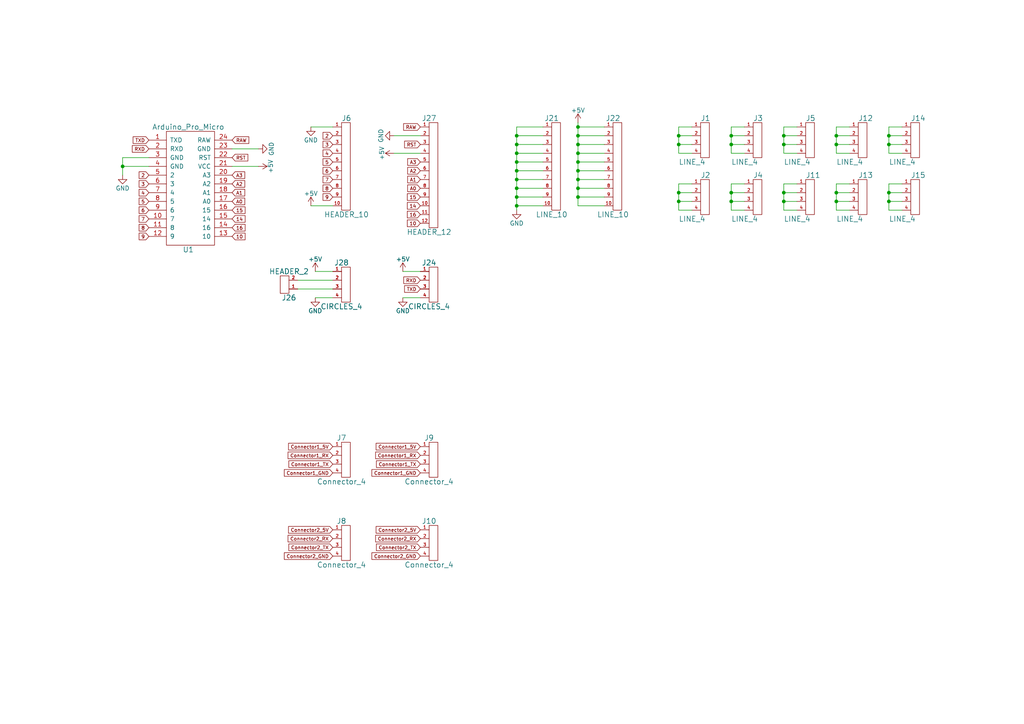
<source format=kicad_sch>
(kicad_sch (version 20230121) (generator eeschema)
  (paper "A4")
  (title_block (title "HaLakeKitFirst") (date "2017-01-19") (rev "1.1") (company "Nyampass.co.ltd."))
  (lib_symbols
    (symbol "arduino_pro_micro:Arduino_Pro_Micro" (pin_names (offset 1.016))
      (property "Reference" "U" (at 0 -29.21 0))
      (property "Value" "Arduino_Pro_Micro" (at 0 6.35 0))
      (symbol "Arduino_Pro_Micro_0_1"
        (polyline (pts (xy -6.35 5.08) (xy -6.35 -27.94) (xy 7.62 -27.94) (xy 7.62 5.08) (xy -6.35 5.08)))
      )
      (symbol "Arduino_Pro_Micro_1_1"
        (pin input line (at -11.43 2.54 0) (length 5.08) (name "TXD") (number "1"))
        (pin input line (at -11.43 -20.32 0) (length 5.08) (name "7") (number "10"))
        (pin input line (at -11.43 -22.86 0) (length 5.08) (name "8") (number "11"))
        (pin input line (at -11.43 -25.4 0) (length 5.08) (name "9") (number "12"))
        (pin input line (at 12.7 -25.4 180) (length 5.08) (name "10") (number "13"))
        (pin input line (at 12.7 -22.86 180) (length 5.08) (name "16") (number "14"))
        (pin input line (at 12.7 -20.32 180) (length 5.08) (name "14") (number "15"))
        (pin input line (at 12.7 -17.78 180) (length 5.08) (name "15") (number "16"))
        (pin input line (at 12.7 -15.24 180) (length 5.08) (name "A0") (number "17"))
        (pin input line (at 12.7 -12.7 180) (length 5.08) (name "A1") (number "18"))
        (pin input line (at 12.7 -10.16 180) (length 5.08) (name "A2") (number "19"))
        (pin input line (at -11.43 0 0) (length 5.08) (name "RXD") (number "2"))
        (pin input line (at 12.7 -7.62 180) (length 5.08) (name "A3") (number "20"))
        (pin input line (at 12.7 -5.08 180) (length 5.08) (name "VCC") (number "21"))
        (pin input line (at 12.7 -2.54 180) (length 5.08) (name "RST") (number "22"))
        (pin input line (at 12.7 0 180) (length 5.08) (name "GND") (number "23"))
        (pin input line (at 12.7 2.54 180) (length 5.08) (name "RAW") (number "24"))
        (pin input line (at -11.43 -2.54 0) (length 5.08) (name "GND") (number "3"))
        (pin input line (at -11.43 -5.08 0) (length 5.08) (name "GND") (number "4"))
        (pin input line (at -11.43 -7.62 0) (length 5.08) (name "2") (number "5"))
        (pin input line (at -11.43 -10.16 0) (length 5.08) (name "3") (number "6"))
        (pin input line (at -11.43 -12.7 0) (length 5.08) (name "4") (number "7"))
        (pin input line (at -11.43 -15.24 0) (length 5.08) (name "5") (number "8"))
        (pin input line (at -11.43 -17.78 0) (length 5.08) (name "6") (number "9"))
      )
    )
    (symbol "halakekit_first_break-rescue:+5V" (power) (pin_names (offset 0))
      (property "Value" "+5V" (at 0 3.556 0))
      (symbol "+5V_0_1"
        (polyline (pts (xy -0.762 1.27) (xy 0 2.54)))
        (polyline (pts (xy 0 0) (xy 0 2.54)))
        (polyline (pts (xy 0 2.54) (xy 0.762 1.27)))
      )
      (symbol "+5V_1_1"
        (pin power_in line (at 0 0 90) (length 0) hide (name "+5V") (number "1"))
      )
    )
    (symbol "halakekit_first_break-rescue:GND" (power) (pin_names (offset 0))
      (property "Value" "GND" (at 0 -3.81 0))
      (symbol "GND_0_1"
        (polyline (pts (xy 0 0) (xy 0 -1.27) (xy 1.27 -1.27) (xy 0 -2.54) (xy -1.27 -1.27) (xy 0 -1.27)))
      )
      (symbol "GND_1_1"
        (pin power_in line (at 0 0 270) (length 0) hide (name "GND") (number "1"))
      )
    )
    (symbol "w_connectors:HEADER_10" (pin_names (offset 0))
      (property "Reference" "J" (at 0 13.97 0))
      (property "Value" "HEADER_10" (at 0 -13.97 0))
      (symbol "HEADER_10_0_1"
        (rectangle (start 2.54 12.7) (end 0 -12.7))
      )
      (symbol "HEADER_10_1_1"
        (pin passive line (at -2.54 11.43 0) (length 2.54) (name "~") (number "1"))
        (pin passive line (at -2.54 -11.43 0) (length 2.54) (name "~") (number "10"))
        (pin passive line (at -2.54 8.89 0) (length 2.54) (name "~") (number "2"))
        (pin passive line (at -2.54 6.35 0) (length 2.54) (name "~") (number "3"))
        (pin passive line (at -2.54 3.81 0) (length 2.54) (name "~") (number "4"))
        (pin passive line (at -2.54 1.27 0) (length 2.54) (name "~") (number "5"))
        (pin passive line (at -2.54 -1.27 0) (length 2.54) (name "~") (number "6"))
        (pin passive line (at -2.54 -3.81 0) (length 2.54) (name "~") (number "7"))
        (pin passive line (at -2.54 -6.35 0) (length 2.54) (name "~") (number "8"))
        (pin passive line (at -2.54 -8.89 0) (length 2.54) (name "~") (number "9"))
      )
    )
    (symbol "w_connectors:HEADER_12" (pin_names (offset 0))
      (property "Reference" "J" (at 0 16.51 0))
      (property "Value" "HEADER_12" (at 0 -16.51 0))
      (symbol "HEADER_12_0_1"
        (rectangle (start 2.54 15.24) (end 0 -15.24))
      )
      (symbol "HEADER_12_1_1"
        (pin passive line (at -2.54 13.97 0) (length 2.54) (name "~") (number "1"))
        (pin passive line (at -2.54 -8.89 0) (length 2.54) (name "~") (number "10"))
        (pin passive line (at -2.54 -11.43 0) (length 2.54) (name "~") (number "11"))
        (pin passive line (at -2.54 -13.97 0) (length 2.54) (name "~") (number "12"))
        (pin passive line (at -2.54 11.43 0) (length 2.54) (name "~") (number "2"))
        (pin passive line (at -2.54 8.89 0) (length 2.54) (name "~") (number "3"))
        (pin passive line (at -2.54 6.35 0) (length 2.54) (name "~") (number "4"))
        (pin passive line (at -2.54 3.81 0) (length 2.54) (name "~") (number "5"))
        (pin passive line (at -2.54 1.27 0) (length 2.54) (name "~") (number "6"))
        (pin passive line (at -2.54 -1.27 0) (length 2.54) (name "~") (number "7"))
        (pin passive line (at -2.54 -3.81 0) (length 2.54) (name "~") (number "8"))
        (pin passive line (at -2.54 -6.35 0) (length 2.54) (name "~") (number "9"))
      )
    )
    (symbol "w_connectors:HEADER_2" (pin_names (offset 0))
      (property "Reference" "J" (at 0 3.81 0))
      (property "Value" "HEADER_2" (at 0 -3.81 0))
      (symbol "HEADER_2_0_1"
        (rectangle (start 2.54 2.54) (end 0 -2.54))
      )
      (symbol "HEADER_2_1_1"
        (pin passive line (at -2.54 1.27 0) (length 2.54) (name "~") (number "1"))
        (pin passive line (at -2.54 -1.27 0) (length 2.54) (name "~") (number "2"))
      )
    )
    (symbol "w_connectors:HEADER_4" (pin_names (offset 0))
      (property "Reference" "J" (at 0 6.35 0))
      (property "Value" "HEADER_4" (at 0 -6.35 0))
      (symbol "HEADER_4_0_1"
        (rectangle (start 2.54 5.08) (end 0 -5.08))
      )
      (symbol "HEADER_4_1_1"
        (pin passive line (at -2.54 3.81 0) (length 2.54) (name "~") (number "1"))
        (pin passive line (at -2.54 1.27 0) (length 2.54) (name "~") (number "2"))
        (pin passive line (at -2.54 -1.27 0) (length 2.54) (name "~") (number "3"))
        (pin passive line (at -2.54 -3.81 0) (length 2.54) (name "~") (number "4"))
      )
    )
  )
  (junction (at 167.64 49.53))
  (junction (at 227.33 55.88))
  (junction (at 149.86 44.45))
  (junction (at 227.33 58.42))
  (junction (at 149.86 41.91))
  (junction (at 167.64 46.99))
  (junction (at 242.57 58.42))
  (junction (at 167.64 41.91))
  (junction (at 257.81 55.88))
  (junction (at 196.85 39.37))
  (junction (at 196.85 55.88))
  (junction (at 257.81 39.37))
  (junction (at 257.81 58.42))
  (junction (at 242.57 39.37))
  (junction (at 167.64 52.07))
  (junction (at 149.86 52.07))
  (junction (at 196.85 58.42))
  (junction (at 167.64 39.37))
  (junction (at 149.86 54.61))
  (junction (at 149.86 49.53))
  (junction (at 167.64 54.61))
  (junction (at 149.86 39.37))
  (junction (at 167.64 44.45))
  (junction (at 149.86 59.69))
  (junction (at 35.56 48.26))
  (junction (at 242.57 41.91))
  (junction (at 212.09 41.91))
  (junction (at 212.09 58.42))
  (junction (at 167.64 36.83))
  (junction (at 196.85 41.91))
  (junction (at 212.09 39.37))
  (junction (at 212.09 55.88))
  (junction (at 149.86 57.15))
  (junction (at 227.33 41.91))
  (junction (at 242.57 55.88))
  (junction (at 257.81 41.91))
  (junction (at 167.64 57.15))
  (junction (at 227.33 39.37))
  (junction (at 149.86 46.99))
  (wire (pts (xy 246.38 41.91) (xy 242.57 41.91)))
  (wire (pts (xy 149.86 39.37) (xy 149.86 41.91)))
  (wire (pts (xy 231.14 58.42) (xy 227.33 58.42)))
  (wire (pts (xy 149.86 52.07) (xy 149.86 54.61)))
  (wire (pts (xy 246.38 58.42) (xy 242.57 58.42)))
  (wire (pts (xy 167.64 52.07) (xy 167.64 54.61)))
  (wire (pts (xy 91.44 78.74) (xy 96.52 78.74)))
  (wire (pts (xy 175.26 49.53) (xy 167.64 49.53)))
  (wire (pts (xy 215.9 58.42) (xy 212.09 58.42)))
  (wire (pts (xy 242.57 55.88) (xy 242.57 58.42)))
  (wire (pts (xy 149.86 36.83) (xy 149.86 39.37)))
  (wire (pts (xy 149.86 39.37) (xy 157.48 39.37)))
  (wire (pts (xy 43.18 48.26) (xy 35.56 48.26)))
  (wire (pts (xy 167.64 46.99) (xy 167.64 49.53)))
  (wire (pts (xy 149.86 41.91) (xy 157.48 41.91)))
  (wire (pts (xy 90.17 36.83) (xy 96.52 36.83)))
  (wire (pts (xy 167.64 36.83) (xy 167.64 39.37)))
  (wire (pts (xy 116.84 78.74) (xy 121.92 78.74)))
  (wire (pts (xy 149.86 59.69) (xy 149.86 60.96)))
  (wire (pts (xy 157.48 49.53) (xy 149.86 49.53)))
  (wire (pts (xy 261.62 39.37) (xy 257.81 39.37)))
  (wire (pts (xy 261.62 36.83) (xy 257.81 36.83)))
  (wire (pts (xy 246.38 36.83) (xy 242.57 36.83)))
  (wire (pts (xy 114.3 39.37) (xy 121.92 39.37)))
  (wire (pts (xy 215.9 36.83) (xy 212.09 36.83)))
  (wire (pts (xy 175.26 46.99) (xy 167.64 46.99)))
  (wire (pts (xy 215.9 39.37) (xy 212.09 39.37)))
  (wire (pts (xy 227.33 39.37) (xy 227.33 41.91)))
  (wire (pts (xy 196.85 60.96) (xy 200.66 60.96)))
  (wire (pts (xy 175.26 36.83) (xy 167.64 36.83)))
  (wire (pts (xy 90.17 59.69) (xy 96.52 59.69)))
  (wire (pts (xy 257.81 58.42) (xy 257.81 60.96)))
  (wire (pts (xy 35.56 45.72) (xy 35.56 48.26)))
  (wire (pts (xy 175.26 41.91) (xy 167.64 41.91)))
  (wire (pts (xy 157.48 59.69) (xy 149.86 59.69)))
  (wire (pts (xy 175.26 44.45) (xy 167.64 44.45)))
  (wire (pts (xy 167.64 57.15) (xy 167.64 59.69)))
  (wire (pts (xy 227.33 55.88) (xy 227.33 58.42)))
  (wire (pts (xy 91.44 86.36) (xy 96.52 86.36)))
  (wire (pts (xy 212.09 60.96) (xy 215.9 60.96)))
  (wire (pts (xy 200.66 53.34) (xy 196.85 53.34)))
  (wire (pts (xy 35.56 48.26) (xy 35.56 50.8)))
  (wire (pts (xy 167.64 39.37) (xy 167.64 41.91)))
  (wire (pts (xy 242.57 53.34) (xy 242.57 55.88)))
  (wire (pts (xy 35.56 45.72) (xy 43.18 45.72)))
  (wire (pts (xy 246.38 55.88) (xy 242.57 55.88)))
  (wire (pts (xy 157.48 57.15) (xy 149.86 57.15)))
  (wire (pts (xy 257.81 60.96) (xy 261.62 60.96)))
  (wire (pts (xy 257.81 55.88) (xy 257.81 58.42)))
  (wire (pts (xy 246.38 53.34) (xy 242.57 53.34)))
  (wire (pts (xy 167.64 59.69) (xy 175.26 59.69)))
  (wire (pts (xy 149.86 46.99) (xy 149.86 49.53)))
  (wire (pts (xy 196.85 53.34) (xy 196.85 55.88)))
  (wire (pts (xy 157.48 52.07) (xy 149.86 52.07)))
  (wire (pts (xy 212.09 41.91) (xy 212.09 44.45)))
  (wire (pts (xy 212.09 44.45) (xy 215.9 44.45)))
  (wire (pts (xy 86.36 83.82) (xy 96.52 83.82)))
  (wire (pts (xy 67.31 43.18) (xy 74.93 43.18)))
  (wire (pts (xy 167.64 44.45) (xy 167.64 46.99)))
  (wire (pts (xy 200.66 58.42) (xy 196.85 58.42)))
  (wire (pts (xy 149.86 36.83) (xy 157.48 36.83)))
  (wire (pts (xy 200.66 36.83) (xy 196.85 36.83)))
  (wire (pts (xy 257.81 53.34) (xy 257.81 55.88)))
  (wire (pts (xy 231.14 36.83) (xy 227.33 36.83)))
  (wire (pts (xy 231.14 39.37) (xy 227.33 39.37)))
  (wire (pts (xy 242.57 36.83) (xy 242.57 39.37)))
  (wire (pts (xy 231.14 55.88) (xy 227.33 55.88)))
  (wire (pts (xy 227.33 41.91) (xy 227.33 44.45)))
  (wire (pts (xy 242.57 60.96) (xy 246.38 60.96)))
  (wire (pts (xy 231.14 41.91) (xy 227.33 41.91)))
  (wire (pts (xy 67.31 48.26) (xy 74.93 48.26)))
  (wire (pts (xy 257.81 44.45) (xy 261.62 44.45)))
  (wire (pts (xy 149.86 44.45) (xy 149.86 46.99)))
  (wire (pts (xy 227.33 60.96) (xy 231.14 60.96)))
  (wire (pts (xy 215.9 53.34) (xy 212.09 53.34)))
  (wire (pts (xy 175.26 39.37) (xy 167.64 39.37)))
  (wire (pts (xy 215.9 55.88) (xy 212.09 55.88)))
  (wire (pts (xy 157.48 54.61) (xy 149.86 54.61)))
  (wire (pts (xy 246.38 39.37) (xy 242.57 39.37)))
  (wire (pts (xy 261.62 53.34) (xy 257.81 53.34)))
  (wire (pts (xy 114.3 44.45) (xy 121.92 44.45)))
  (wire (pts (xy 212.09 58.42) (xy 212.09 60.96)))
  (wire (pts (xy 200.66 39.37) (xy 196.85 39.37)))
  (wire (pts (xy 196.85 58.42) (xy 196.85 60.96)))
  (wire (pts (xy 86.36 81.28) (xy 96.52 81.28)))
  (wire (pts (xy 231.14 53.34) (xy 227.33 53.34)))
  (wire (pts (xy 167.64 49.53) (xy 167.64 52.07)))
  (wire (pts (xy 200.66 41.91) (xy 196.85 41.91)))
  (wire (pts (xy 196.85 55.88) (xy 196.85 58.42)))
  (wire (pts (xy 227.33 44.45) (xy 231.14 44.45)))
  (wire (pts (xy 200.66 55.88) (xy 196.85 55.88)))
  (wire (pts (xy 242.57 41.91) (xy 242.57 44.45)))
  (wire (pts (xy 212.09 36.83) (xy 212.09 39.37)))
  (wire (pts (xy 196.85 41.91) (xy 196.85 44.45)))
  (wire (pts (xy 175.26 52.07) (xy 167.64 52.07)))
  (wire (pts (xy 242.57 58.42) (xy 242.57 60.96)))
  (wire (pts (xy 175.26 54.61) (xy 167.64 54.61)))
  (wire (pts (xy 227.33 53.34) (xy 227.33 55.88)))
  (wire (pts (xy 149.86 54.61) (xy 149.86 57.15)))
  (wire (pts (xy 212.09 55.88) (xy 212.09 58.42)))
  (wire (pts (xy 227.33 58.42) (xy 227.33 60.96)))
  (wire (pts (xy 167.64 57.15) (xy 175.26 57.15)))
  (wire (pts (xy 215.9 41.91) (xy 212.09 41.91)))
  (wire (pts (xy 227.33 36.83) (xy 227.33 39.37)))
  (wire (pts (xy 261.62 41.91) (xy 257.81 41.91)))
  (wire (pts (xy 157.48 44.45) (xy 149.86 44.45)))
  (wire (pts (xy 149.86 57.15) (xy 149.86 59.69)))
  (wire (pts (xy 242.57 44.45) (xy 246.38 44.45)))
  (wire (pts (xy 212.09 39.37) (xy 212.09 41.91)))
  (wire (pts (xy 196.85 36.83) (xy 196.85 39.37)))
  (wire (pts (xy 167.64 41.91) (xy 167.64 44.45)))
  (wire (pts (xy 257.81 39.37) (xy 257.81 41.91)))
  (wire (pts (xy 157.48 46.99) (xy 149.86 46.99)))
  (wire (pts (xy 149.86 41.91) (xy 149.86 44.45)))
  (wire (pts (xy 196.85 44.45) (xy 200.66 44.45)))
  (wire (pts (xy 242.57 39.37) (xy 242.57 41.91)))
  (wire (pts (xy 261.62 58.42) (xy 257.81 58.42)))
  (wire (pts (xy 257.81 41.91) (xy 257.81 44.45)))
  (wire (pts (xy 167.64 35.56) (xy 167.64 36.83)))
  (wire (pts (xy 149.86 49.53) (xy 149.86 52.07)))
  (wire (pts (xy 196.85 39.37) (xy 196.85 41.91)))
  (wire (pts (xy 261.62 55.88) (xy 257.81 55.88)))
  (wire (pts (xy 116.84 86.36) (xy 121.92 86.36)))
  (wire (pts (xy 212.09 53.34) (xy 212.09 55.88)))
  (wire (pts (xy 257.81 36.83) (xy 257.81 39.37)))
  (wire (pts (xy 167.64 54.61) (xy 167.64 57.15)))
  (global_label "15" (shape input) (at 121.92 57.15 180) (effects (font (size 0.9906 0.9906))) (property "Intersheetrefs" "${INTERSHEET_REFS}" (effects hide)))
  (global_label "16" (shape input) (at 67.31 66.04 0) (effects (font (size 0.9906 0.9906))) (property "Intersheetrefs" "${INTERSHEET_REFS}" (effects hide)))
  (global_label "RXD" (shape input) (at 121.92 81.28 180) (effects (font (size 0.9906 0.9906))) (property "Intersheetrefs" "${INTERSHEET_REFS}" (effects hide)))
  (global_label "A1" (shape input) (at 67.31 55.88 0) (effects (font (size 0.9906 0.9906))) (property "Intersheetrefs" "${INTERSHEET_REFS}" (effects hide)))
  (global_label "Connector1_5V" (shape input) (at 96.52 129.54 180) (effects (font (size 0.9906 0.9906))) (property "Intersheetrefs" "${INTERSHEET_REFS}" (effects hide)))
  (global_label "Connector1_TX" (shape input) (at 96.52 134.62 180) (effects (font (size 0.9906 0.9906))) (property "Intersheetrefs" "${INTERSHEET_REFS}" (effects hide)))
  (global_label "9" (shape input) (at 96.52 57.15 180) (effects (font (size 0.9906 0.9906))) (property "Intersheetrefs" "${INTERSHEET_REFS}" (effects hide)))
  (global_label "8" (shape input) (at 96.52 54.61 180) (effects (font (size 0.9906 0.9906))) (property "Intersheetrefs" "${INTERSHEET_REFS}" (effects hide)))
  (global_label "15" (shape input) (at 67.31 60.96 0) (effects (font (size 0.9906 0.9906))) (property "Intersheetrefs" "${INTERSHEET_REFS}" (effects hide)))
  (global_label "4" (shape input) (at 43.18 55.88 180) (effects (font (size 0.9906 0.9906))) (property "Intersheetrefs" "${INTERSHEET_REFS}" (effects hide)))
  (global_label "Connector1_5V" (shape input) (at 121.92 129.54 180) (effects (font (size 0.9906 0.9906))) (property "Intersheetrefs" "${INTERSHEET_REFS}" (effects hide)))
  (global_label "A0" (shape input) (at 67.31 58.42 0) (effects (font (size 0.9906 0.9906))) (property "Intersheetrefs" "${INTERSHEET_REFS}" (effects hide)))
  (global_label "A2" (shape input) (at 67.31 53.34 0) (effects (font (size 0.9906 0.9906))) (property "Intersheetrefs" "${INTERSHEET_REFS}" (effects hide)))
  (global_label "2" (shape input) (at 43.18 50.8 180) (effects (font (size 0.9906 0.9906))) (property "Intersheetrefs" "${INTERSHEET_REFS}" (effects hide)))
  (global_label "10" (shape input) (at 67.31 68.58 0) (effects (font (size 0.9906 0.9906))) (property "Intersheetrefs" "${INTERSHEET_REFS}" (effects hide)))
  (global_label "7" (shape input) (at 43.18 63.5 180) (effects (font (size 0.9906 0.9906))) (property "Intersheetrefs" "${INTERSHEET_REFS}" (effects hide)))
  (global_label "8" (shape input) (at 43.18 66.04 180) (effects (font (size 0.9906 0.9906))) (property "Intersheetrefs" "${INTERSHEET_REFS}" (effects hide)))
  (global_label "3" (shape input) (at 43.18 53.34 180) (effects (font (size 0.9906 0.9906))) (property "Intersheetrefs" "${INTERSHEET_REFS}" (effects hide)))
  (global_label "16" (shape input) (at 121.92 62.23 180) (effects (font (size 0.9906 0.9906))) (property "Intersheetrefs" "${INTERSHEET_REFS}" (effects hide)))
  (global_label "2" (shape input) (at 96.52 39.37 180) (effects (font (size 0.9906 0.9906))) (property "Intersheetrefs" "${INTERSHEET_REFS}" (effects hide)))
  (global_label "Connector1_GND" (shape input) (at 96.52 137.16 180) (effects (font (size 0.9906 0.9906))) (property "Intersheetrefs" "${INTERSHEET_REFS}" (effects hide)))
  (global_label "Connector2_RX" (shape input) (at 96.52 156.21 180) (effects (font (size 0.9906 0.9906))) (property "Intersheetrefs" "${INTERSHEET_REFS}" (effects hide)))
  (global_label "A2" (shape input) (at 121.92 49.53 180) (effects (font (size 0.9906 0.9906))) (property "Intersheetrefs" "${INTERSHEET_REFS}" (effects hide)))
  (global_label "14" (shape input) (at 67.31 63.5 0) (effects (font (size 0.9906 0.9906))) (property "Intersheetrefs" "${INTERSHEET_REFS}" (effects hide)))
  (global_label "A1" (shape input) (at 121.92 52.07 180) (effects (font (size 0.9906 0.9906))) (property "Intersheetrefs" "${INTERSHEET_REFS}" (effects hide)))
  (global_label "RAW" (shape input) (at 121.92 36.83 180) (effects (font (size 0.9906 0.9906))) (property "Intersheetrefs" "${INTERSHEET_REFS}" (effects hide)))
  (global_label "Connector2_5V" (shape input) (at 121.92 153.67 180) (effects (font (size 0.9906 0.9906))) (property "Intersheetrefs" "${INTERSHEET_REFS}" (effects hide)))
  (global_label "10" (shape input) (at 121.92 64.77 180) (effects (font (size 0.9906 0.9906))) (property "Intersheetrefs" "${INTERSHEET_REFS}" (effects hide)))
  (global_label "Connector2_GND" (shape input) (at 121.92 161.29 180) (effects (font (size 0.9906 0.9906))) (property "Intersheetrefs" "${INTERSHEET_REFS}" (effects hide)))
  (global_label "RXD" (shape input) (at 43.18 43.18 180) (effects (font (size 0.9906 0.9906))) (property "Intersheetrefs" "${INTERSHEET_REFS}" (effects hide)))
  (global_label "7" (shape input) (at 96.52 52.07 180) (effects (font (size 0.9906 0.9906))) (property "Intersheetrefs" "${INTERSHEET_REFS}" (effects hide)))
  (global_label "Connector2_TX" (shape input) (at 96.52 158.75 180) (effects (font (size 0.9906 0.9906))) (property "Intersheetrefs" "${INTERSHEET_REFS}" (effects hide)))
  (global_label "TXD" (shape input) (at 43.18 40.64 180) (effects (font (size 0.9906 0.9906))) (property "Intersheetrefs" "${INTERSHEET_REFS}" (effects hide)))
  (global_label "Connector1_TX" (shape input) (at 121.92 134.62 180) (effects (font (size 0.9906 0.9906))) (property "Intersheetrefs" "${INTERSHEET_REFS}" (effects hide)))
  (global_label "5" (shape input) (at 43.18 58.42 180) (effects (font (size 0.9906 0.9906))) (property "Intersheetrefs" "${INTERSHEET_REFS}" (effects hide)))
  (global_label "A3" (shape input) (at 121.92 46.99 180) (effects (font (size 0.9906 0.9906))) (property "Intersheetrefs" "${INTERSHEET_REFS}" (effects hide)))
  (global_label "3" (shape input) (at 96.52 41.91 180) (effects (font (size 0.9906 0.9906))) (property "Intersheetrefs" "${INTERSHEET_REFS}" (effects hide)))
  (global_label "4" (shape input) (at 96.52 44.45 180) (effects (font (size 0.9906 0.9906))) (property "Intersheetrefs" "${INTERSHEET_REFS}" (effects hide)))
  (global_label "Connector2_GND" (shape input) (at 96.52 161.29 180) (effects (font (size 0.9906 0.9906))) (property "Intersheetrefs" "${INTERSHEET_REFS}" (effects hide)))
  (global_label "Connector2_TX" (shape input) (at 121.92 158.75 180) (effects (font (size 0.9906 0.9906))) (property "Intersheetrefs" "${INTERSHEET_REFS}" (effects hide)))
  (global_label "RST" (shape input) (at 121.92 41.91 180) (effects (font (size 0.9906 0.9906))) (property "Intersheetrefs" "${INTERSHEET_REFS}" (effects hide)))
  (global_label "Connector2_RX" (shape input) (at 121.92 156.21 180) (effects (font (size 0.9906 0.9906))) (property "Intersheetrefs" "${INTERSHEET_REFS}" (effects hide)))
  (global_label "Connector1_RX" (shape input) (at 121.92 132.08 180) (effects (font (size 0.9906 0.9906))) (property "Intersheetrefs" "${INTERSHEET_REFS}" (effects hide)))
  (global_label "TXD" (shape input) (at 121.92 83.82 180) (effects (font (size 0.9906 0.9906))) (property "Intersheetrefs" "${INTERSHEET_REFS}" (effects hide)))
  (global_label "9" (shape input) (at 43.18 68.58 180) (effects (font (size 0.9906 0.9906))) (property "Intersheetrefs" "${INTERSHEET_REFS}" (effects hide)))
  (global_label "6" (shape input) (at 43.18 60.96 180) (effects (font (size 0.9906 0.9906))) (property "Intersheetrefs" "${INTERSHEET_REFS}" (effects hide)))
  (global_label "RAW" (shape input) (at 67.31 40.64 0) (effects (font (size 0.9906 0.9906))) (property "Intersheetrefs" "${INTERSHEET_REFS}" (effects hide)))
  (global_label "RST" (shape input) (at 67.31 45.72 0) (effects (font (size 0.9906 0.9906))) (property "Intersheetrefs" "${INTERSHEET_REFS}" (effects hide)))
  (global_label "Connector2_5V" (shape input) (at 96.52 153.67 180) (effects (font (size 0.9906 0.9906))) (property "Intersheetrefs" "${INTERSHEET_REFS}" (effects hide)))
  (global_label "6" (shape input) (at 96.52 49.53 180) (effects (font (size 0.9906 0.9906))) (property "Intersheetrefs" "${INTERSHEET_REFS}" (effects hide)))
  (global_label "A3" (shape input) (at 67.31 50.8 0) (effects (font (size 0.9906 0.9906))) (property "Intersheetrefs" "${INTERSHEET_REFS}" (effects hide)))
  (global_label "Connector1_GND" (shape input) (at 121.92 137.16 180) (effects (font (size 0.9906 0.9906))) (property "Intersheetrefs" "${INTERSHEET_REFS}" (effects hide)))
  (global_label "14" (shape input) (at 121.92 59.69 180) (effects (font (size 0.9906 0.9906))) (property "Intersheetrefs" "${INTERSHEET_REFS}" (effects hide)))
  (global_label "5" (shape input) (at 96.52 46.99 180) (effects (font (size 0.9906 0.9906))) (property "Intersheetrefs" "${INTERSHEET_REFS}" (effects hide)))
  (global_label "Connector1_RX" (shape input) (at 96.52 132.08 180) (effects (font (size 0.9906 0.9906))) (property "Intersheetrefs" "${INTERSHEET_REFS}" (effects hide)))
  (global_label "A0" (shape input) (at 121.92 54.61 180) (effects (font (size 0.9906 0.9906))) (property "Intersheetrefs" "${INTERSHEET_REFS}" (effects hide)))
  (symbol (lib_id "arduino_pro_micro:Arduino_Pro_Micro") (at 54.61 43.18 0) (unit 1)
    (property "Reference" "U1" (at 54.61 72.39 0) (effects (font (size 1.524 1.524))))
    (property "Value" "Arduino_Pro_Micro" (at 54.61 36.83 0) (effects (font (size 1.524 1.524))))
    (property "Footprint" "arduino_pro_micro:Arduino Pro Micro" (effects hide))
  )
  (symbol (lib_id "w_connectors:HEADER_4") (at 124.46 82.55 0) (unit 1)
    (property "Reference" "J24" (at 124.46 76.2 0) (effects (font (size 1.524 1.524))))
    (property "Value" "CIRCLES_4" (at 124.46 88.9 0) (effects (font (size 1.524 1.524))))
    (property "Footprint" "simple_headers:Pin_Header_Circle_1x04" (effects hide))
  )
  (symbol (lib_id "w_connectors:HEADER_4") (at 99.06 82.55 0) (unit 1)
    (property "Reference" "J28" (at 99.06 76.2 0) (effects (font (size 1.524 1.524))))
    (property "Value" "CIRCLES_4" (at 99.06 88.9 0) (effects (font (size 1.524 1.524))))
    (property "Footprint" "simple_headers:Pin_Header_Circle_1x04" (effects hide))
  )
  (symbol (lib_id "halakekit_first_break-rescue:GND") (at 35.56 50.8 0) (unit 1)
    (property "Reference" "#PWR01" (effects hide))
    (property "Value" "GND" (at 35.56 54.61 0))
  )
  (symbol (lib_id "halakekit_first_break-rescue:GND") (at 74.93 43.18 90) (unit 1)
    (property "Reference" "#PWR02" (effects hide))
    (property "Value" "GND" (at 78.74 43.18 0))
  )
  (symbol (lib_id "halakekit_first_break-rescue:+5V") (at 74.93 48.26 270) (unit 1)
    (property "Reference" "#PWR03" (effects hide))
    (property "Value" "+5V" (at 78.486 48.26 0))
  )
  (symbol (lib_id "halakekit_first_break-rescue:+5V") (at 116.84 78.74 0) (unit 1)
    (property "Reference" "#PWR04" (effects hide))
    (property "Value" "+5V" (at 116.84 75.184 0))
  )
  (symbol (lib_id "halakekit_first_break-rescue:+5V") (at 91.44 78.74 0) (unit 1)
    (property "Reference" "#PWR05" (effects hide))
    (property "Value" "+5V" (at 91.44 75.184 0))
  )
  (symbol (lib_id "halakekit_first_break-rescue:GND") (at 116.84 86.36 0) (unit 1)
    (property "Reference" "#PWR06" (effects hide))
    (property "Value" "GND" (at 116.84 90.17 0))
  )
  (symbol (lib_id "halakekit_first_break-rescue:GND") (at 91.44 86.36 0) (unit 1)
    (property "Reference" "#PWR07" (effects hide))
    (property "Value" "GND" (at 91.44 90.17 0))
  )
  (symbol (lib_id "w_connectors:HEADER_2") (at 83.82 82.55 180) (unit 1)
    (property "Reference" "J26" (at 83.82 86.36 0) (effects (font (size 1.524 1.524))))
    (property "Value" "HEADER_2" (at 83.82 78.74 0) (effects (font (size 1.524 1.524))))
    (property "Footprint" "simple_headers:Pin_Header_Straight_1x02" (effects hide))
  )
  (symbol (lib_id "halakekit_first_break-rescue:+5V") (at 167.64 35.56 0) (unit 1)
    (property "Reference" "#PWR08" (effects hide))
    (property "Value" "+5V" (at 167.64 32.004 0))
  )
  (symbol (lib_id "halakekit_first_break-rescue:GND") (at 149.86 60.96 0) (unit 1)
    (property "Reference" "#PWR09" (effects hide))
    (property "Value" "GND" (at 149.86 64.77 0))
  )
  (symbol (lib_id "w_connectors:HEADER_10") (at 177.8 48.26 0) (unit 1)
    (property "Reference" "J22" (at 177.8 34.29 0) (effects (font (size 1.524 1.524))))
    (property "Value" "LINE_10" (at 177.8 62.23 0) (effects (font (size 1.524 1.524))))
    (property "Footprint" "simple_headers:Pin_Header_Straight_1x10" (effects hide))
  )
  (symbol (lib_id "w_connectors:HEADER_10") (at 160.02 48.26 0) (unit 1)
    (property "Reference" "J21" (at 160.02 34.29 0) (effects (font (size 1.524 1.524))))
    (property "Value" "LINE_10" (at 160.02 62.23 0) (effects (font (size 1.524 1.524))))
    (property "Footprint" "simple_headers:Pin_Header_Straight_1x10" (effects hide))
  )
  (symbol (lib_id "w_connectors:HEADER_12") (at 124.46 50.8 0) (unit 1)
    (property "Reference" "J27" (at 124.46 34.29 0) (effects (font (size 1.524 1.524))))
    (property "Value" "HEADER_12" (at 124.46 67.31 0) (effects (font (size 1.524 1.524))))
    (property "Footprint" "simple_headers:Pin_Header_Straight_1x12" (effects hide))
  )
  (symbol (lib_id "halakekit_first_break-rescue:+5V") (at 114.3 44.45 90) (unit 1)
    (property "Reference" "#PWR010" (effects hide))
    (property "Value" "+5V" (at 110.744 44.45 0))
  )
  (symbol (lib_id "halakekit_first_break-rescue:GND") (at 114.3 39.37 270) (unit 1)
    (property "Reference" "#PWR011" (effects hide))
    (property "Value" "GND" (at 110.49 39.37 0))
  )
  (symbol (lib_id "halakekit_first_break-rescue:GND") (at 90.17 36.83 0) (unit 1)
    (property "Reference" "#PWR012" (effects hide))
    (property "Value" "GND" (at 90.17 40.64 0))
  )
  (symbol (lib_id "halakekit_first_break-rescue:+5V") (at 90.17 59.69 0) (unit 1)
    (property "Reference" "#PWR013" (effects hide))
    (property "Value" "+5V" (at 90.17 56.134 0))
  )
  (symbol (lib_id "w_connectors:HEADER_10") (at 99.06 48.26 0) (unit 1)
    (property "Reference" "J6" (at 99.06 34.29 0) (effects (font (size 1.524 1.524)) (justify left)))
    (property "Value" "HEADER_10" (at 93.98 62.23 0) (effects (font (size 1.524 1.524)) (justify left)))
    (property "Footprint" "simple_headers:Pin_Header_Straight_1x10" (effects hide))
  )
  (symbol (lib_id "w_connectors:HEADER_4") (at 124.46 133.35 0) (unit 1)
    (property "Reference" "J9" (at 124.46 127 0) (effects (font (size 1.524 1.524))))
    (property "Value" "Connector_4" (at 124.46 139.7 0) (effects (font (size 1.524 1.524))))
    (property "Footprint" "simple_headers:Pin_Header_Straight_1x04" (effects hide))
  )
  (symbol (lib_id "w_connectors:HEADER_4") (at 99.06 133.35 0) (unit 1)
    (property "Reference" "J7" (at 99.06 127 0) (effects (font (size 1.524 1.524))))
    (property "Value" "Connector_4" (at 99.06 139.7 0) (effects (font (size 1.524 1.524))))
    (property "Footprint" "simple_headers:Pin_Header_Straight_1x04" (effects hide))
  )
  (symbol (lib_id "w_connectors:HEADER_4") (at 99.06 157.48 0) (unit 1)
    (property "Reference" "J8" (at 99.06 151.13 0) (effects (font (size 1.524 1.524))))
    (property "Value" "Connector_4" (at 99.06 163.83 0) (effects (font (size 1.524 1.524))))
    (property "Footprint" "simple_headers:Pin_Header_Straight_1x04" (effects hide))
  )
  (symbol (lib_id "w_connectors:HEADER_4") (at 124.46 157.48 0) (unit 1)
    (property "Reference" "J10" (at 124.46 151.13 0) (effects (font (size 1.524 1.524))))
    (property "Value" "Connector_4" (at 124.46 163.83 0) (effects (font (size 1.524 1.524))))
    (property "Footprint" "simple_headers:Pin_Header_Straight_1x04" (effects hide))
  )
  (symbol (lib_id "w_connectors:HEADER_4") (at 203.2 40.64 0) (unit 1)
    (property "Reference" "J1" (at 203.2 34.29 0) (effects (font (size 1.524 1.524)) (justify left)))
    (property "Value" "LINE_4" (at 196.85 46.99 0) (effects (font (size 1.524 1.524)) (justify left)))
    (property "Footprint" "simple_headers:Pin_Header_Connect_1x04" (effects hide))
  )
  (symbol (lib_id "w_connectors:HEADER_4") (at 203.2 57.15 0) (unit 1)
    (property "Reference" "J2" (at 203.2 50.8 0) (effects (font (size 1.524 1.524)) (justify left)))
    (property "Value" "LINE_4" (at 196.85 63.5 0) (effects (font (size 1.524 1.524)) (justify left)))
    (property "Footprint" "simple_headers:Pin_Header_Connect_1x04" (effects hide))
  )
  (symbol (lib_id "w_connectors:HEADER_4") (at 218.44 40.64 0) (unit 1)
    (property "Reference" "J3" (at 218.44 34.29 0) (effects (font (size 1.524 1.524)) (justify left)))
    (property "Value" "LINE_4" (at 212.09 46.99 0) (effects (font (size 1.524 1.524)) (justify left)))
    (property "Footprint" "simple_headers:Pin_Header_Connect_1x04" (effects hide))
  )
  (symbol (lib_id "w_connectors:HEADER_4") (at 218.44 57.15 0) (unit 1)
    (property "Reference" "J4" (at 218.44 50.8 0) (effects (font (size 1.524 1.524)) (justify left)))
    (property "Value" "LINE_4" (at 212.09 63.5 0) (effects (font (size 1.524 1.524)) (justify left)))
    (property "Footprint" "simple_headers:Pin_Header_Connect_1x04" (effects hide))
  )
  (symbol (lib_id "w_connectors:HEADER_4") (at 233.68 40.64 0) (unit 1)
    (property "Reference" "J5" (at 233.68 34.29 0) (effects (font (size 1.524 1.524)) (justify left)))
    (property "Value" "LINE_4" (at 227.33 46.99 0) (effects (font (size 1.524 1.524)) (justify left)))
    (property "Footprint" "simple_headers:Pin_Header_Connect_1x04" (effects hide))
  )
  (symbol (lib_id "w_connectors:HEADER_4") (at 233.68 57.15 0) (unit 1)
    (property "Reference" "J11" (at 233.68 50.8 0) (effects (font (size 1.524 1.524)) (justify left)))
    (property "Value" "LINE_4" (at 227.33 63.5 0) (effects (font (size 1.524 1.524)) (justify left)))
    (property "Footprint" "simple_headers:Pin_Header_Connect_1x04" (effects hide))
  )
  (symbol (lib_id "w_connectors:HEADER_4") (at 248.92 40.64 0) (unit 1)
    (property "Reference" "J12" (at 248.92 34.29 0) (effects (font (size 1.524 1.524)) (justify left)))
    (property "Value" "LINE_4" (at 242.57 46.99 0) (effects (font (size 1.524 1.524)) (justify left)))
    (property "Footprint" "simple_headers:Pin_Header_Connect_1x04" (effects hide))
  )
  (symbol (lib_id "w_connectors:HEADER_4") (at 248.92 57.15 0) (unit 1)
    (property "Reference" "J13" (at 248.92 50.8 0) (effects (font (size 1.524 1.524)) (justify left)))
    (property "Value" "LINE_4" (at 242.57 63.5 0) (effects (font (size 1.524 1.524)) (justify left)))
    (property "Footprint" "simple_headers:Pin_Header_Connect_1x04" (effects hide))
  )
  (symbol (lib_id "w_connectors:HEADER_4") (at 264.16 40.64 0) (unit 1)
    (property "Reference" "J14" (at 264.16 34.29 0) (effects (font (size 1.524 1.524)) (justify left)))
    (property "Value" "LINE_4" (at 257.81 46.99 0) (effects (font (size 1.524 1.524)) (justify left)))
    (property "Footprint" "simple_headers:Pin_Header_Connect_1x04" (effects hide))
  )
  (symbol (lib_id "w_connectors:HEADER_4") (at 264.16 57.15 0) (unit 1)
    (property "Reference" "J15" (at 264.16 50.8 0) (effects (font (size 1.524 1.524)) (justify left)))
    (property "Value" "LINE_4" (at 257.81 63.5 0) (effects (font (size 1.524 1.524)) (justify left)))
    (property "Footprint" "simple_headers:Pin_Header_Connect_1x04" (effects hide))
  )
)
</source>
